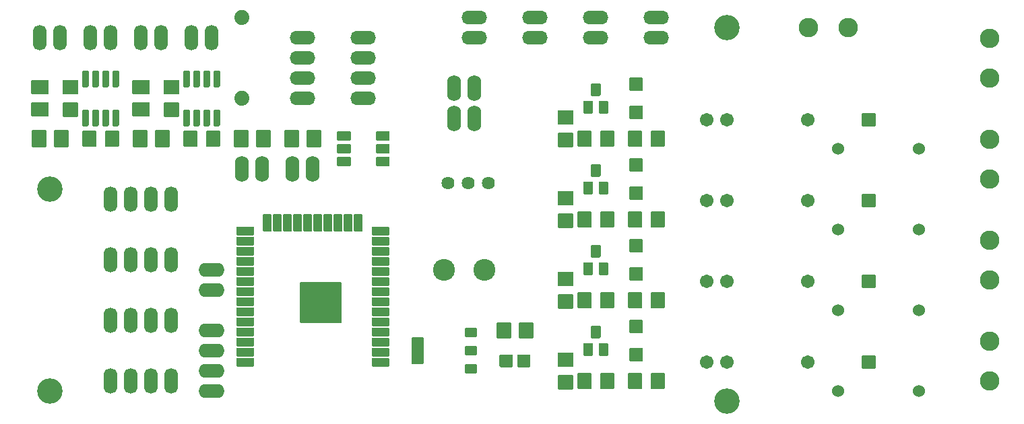
<source format=gbr>
%TF.GenerationSoftware,KiCad,Pcbnew,5.1.9-73d0e3b20d~88~ubuntu18.04.1*%
%TF.CreationDate,2021-01-30T02:03:27+01:00*%
%TF.ProjectId,terraesp,74657272-6165-4737-902e-6b696361645f,rev?*%
%TF.SameCoordinates,Original*%
%TF.FileFunction,Soldermask,Top*%
%TF.FilePolarity,Negative*%
%FSLAX46Y46*%
G04 Gerber Fmt 4.6, Leading zero omitted, Abs format (unit mm)*
G04 Created by KiCad (PCBNEW 5.1.9-73d0e3b20d~88~ubuntu18.04.1) date 2021-01-30 02:03:27*
%MOMM*%
%LPD*%
G01*
G04 APERTURE LIST*
%ADD10C,3.200000*%
%ADD11C,1.711200*%
%ADD12C,1.625600*%
%ADD13C,2.453200*%
%ADD14C,1.524000*%
%ADD15O,3.251200X1.727200*%
%ADD16O,1.727200X3.251200*%
%ADD17C,2.743200*%
%ADD18O,3.219200X1.711200*%
%ADD19O,1.711200X3.219200*%
%ADD20C,1.879600*%
G04 APERTURE END LIST*
D10*
%TO.C,@HOLE0*%
X173911100Y-82613600D03*
%TD*%
%TO.C,@HOLE1*%
X173911100Y-129603600D03*
%TD*%
%TO.C,@HOLE2*%
X88821100Y-128333600D03*
%TD*%
%TO.C,@HOLE3*%
X88821100Y-102933600D03*
%TD*%
%TO.C,U1*%
G36*
G01*
X125442700Y-114703600D02*
X125442700Y-119703600D01*
G75*
G02*
X125341100Y-119805200I-101600J0D01*
G01*
X120341100Y-119805200D01*
G75*
G02*
X120239500Y-119703600I0J101600D01*
G01*
X120239500Y-114703600D01*
G75*
G02*
X120341100Y-114602000I101600J0D01*
G01*
X125341100Y-114602000D01*
G75*
G02*
X125442700Y-114703600I0J-101600D01*
G01*
G37*
G36*
G01*
X114442700Y-124253600D02*
X114442700Y-125153600D01*
G75*
G02*
X114341100Y-125255200I-101600J0D01*
G01*
X112341100Y-125255200D01*
G75*
G02*
X112239500Y-125153600I0J101600D01*
G01*
X112239500Y-124253600D01*
G75*
G02*
X112341100Y-124152000I101600J0D01*
G01*
X114341100Y-124152000D01*
G75*
G02*
X114442700Y-124253600I0J-101600D01*
G01*
G37*
G36*
G01*
X114442700Y-122983600D02*
X114442700Y-123883600D01*
G75*
G02*
X114341100Y-123985200I-101600J0D01*
G01*
X112341100Y-123985200D01*
G75*
G02*
X112239500Y-123883600I0J101600D01*
G01*
X112239500Y-122983600D01*
G75*
G02*
X112341100Y-122882000I101600J0D01*
G01*
X114341100Y-122882000D01*
G75*
G02*
X114442700Y-122983600I0J-101600D01*
G01*
G37*
G36*
G01*
X114442700Y-121713600D02*
X114442700Y-122613600D01*
G75*
G02*
X114341100Y-122715200I-101600J0D01*
G01*
X112341100Y-122715200D01*
G75*
G02*
X112239500Y-122613600I0J101600D01*
G01*
X112239500Y-121713600D01*
G75*
G02*
X112341100Y-121612000I101600J0D01*
G01*
X114341100Y-121612000D01*
G75*
G02*
X114442700Y-121713600I0J-101600D01*
G01*
G37*
G36*
G01*
X114442700Y-120443600D02*
X114442700Y-121343600D01*
G75*
G02*
X114341100Y-121445200I-101600J0D01*
G01*
X112341100Y-121445200D01*
G75*
G02*
X112239500Y-121343600I0J101600D01*
G01*
X112239500Y-120443600D01*
G75*
G02*
X112341100Y-120342000I101600J0D01*
G01*
X114341100Y-120342000D01*
G75*
G02*
X114442700Y-120443600I0J-101600D01*
G01*
G37*
G36*
G01*
X114442700Y-119173600D02*
X114442700Y-120073600D01*
G75*
G02*
X114341100Y-120175200I-101600J0D01*
G01*
X112341100Y-120175200D01*
G75*
G02*
X112239500Y-120073600I0J101600D01*
G01*
X112239500Y-119173600D01*
G75*
G02*
X112341100Y-119072000I101600J0D01*
G01*
X114341100Y-119072000D01*
G75*
G02*
X114442700Y-119173600I0J-101600D01*
G01*
G37*
G36*
G01*
X114442700Y-117903600D02*
X114442700Y-118803600D01*
G75*
G02*
X114341100Y-118905200I-101600J0D01*
G01*
X112341100Y-118905200D01*
G75*
G02*
X112239500Y-118803600I0J101600D01*
G01*
X112239500Y-117903600D01*
G75*
G02*
X112341100Y-117802000I101600J0D01*
G01*
X114341100Y-117802000D01*
G75*
G02*
X114442700Y-117903600I0J-101600D01*
G01*
G37*
G36*
G01*
X114442700Y-116633600D02*
X114442700Y-117533600D01*
G75*
G02*
X114341100Y-117635200I-101600J0D01*
G01*
X112341100Y-117635200D01*
G75*
G02*
X112239500Y-117533600I0J101600D01*
G01*
X112239500Y-116633600D01*
G75*
G02*
X112341100Y-116532000I101600J0D01*
G01*
X114341100Y-116532000D01*
G75*
G02*
X114442700Y-116633600I0J-101600D01*
G01*
G37*
G36*
G01*
X114442700Y-115363600D02*
X114442700Y-116263600D01*
G75*
G02*
X114341100Y-116365200I-101600J0D01*
G01*
X112341100Y-116365200D01*
G75*
G02*
X112239500Y-116263600I0J101600D01*
G01*
X112239500Y-115363600D01*
G75*
G02*
X112341100Y-115262000I101600J0D01*
G01*
X114341100Y-115262000D01*
G75*
G02*
X114442700Y-115363600I0J-101600D01*
G01*
G37*
G36*
G01*
X114442700Y-114093600D02*
X114442700Y-114993600D01*
G75*
G02*
X114341100Y-115095200I-101600J0D01*
G01*
X112341100Y-115095200D01*
G75*
G02*
X112239500Y-114993600I0J101600D01*
G01*
X112239500Y-114093600D01*
G75*
G02*
X112341100Y-113992000I101600J0D01*
G01*
X114341100Y-113992000D01*
G75*
G02*
X114442700Y-114093600I0J-101600D01*
G01*
G37*
G36*
G01*
X114442700Y-112823600D02*
X114442700Y-113723600D01*
G75*
G02*
X114341100Y-113825200I-101600J0D01*
G01*
X112341100Y-113825200D01*
G75*
G02*
X112239500Y-113723600I0J101600D01*
G01*
X112239500Y-112823600D01*
G75*
G02*
X112341100Y-112722000I101600J0D01*
G01*
X114341100Y-112722000D01*
G75*
G02*
X114442700Y-112823600I0J-101600D01*
G01*
G37*
G36*
G01*
X114442700Y-111553600D02*
X114442700Y-112453600D01*
G75*
G02*
X114341100Y-112555200I-101600J0D01*
G01*
X112341100Y-112555200D01*
G75*
G02*
X112239500Y-112453600I0J101600D01*
G01*
X112239500Y-111553600D01*
G75*
G02*
X112341100Y-111452000I101600J0D01*
G01*
X114341100Y-111452000D01*
G75*
G02*
X114442700Y-111553600I0J-101600D01*
G01*
G37*
G36*
G01*
X114442700Y-110283600D02*
X114442700Y-111183600D01*
G75*
G02*
X114341100Y-111285200I-101600J0D01*
G01*
X112341100Y-111285200D01*
G75*
G02*
X112239500Y-111183600I0J101600D01*
G01*
X112239500Y-110283600D01*
G75*
G02*
X112341100Y-110182000I101600J0D01*
G01*
X114341100Y-110182000D01*
G75*
G02*
X114442700Y-110283600I0J-101600D01*
G01*
G37*
G36*
G01*
X114442700Y-109013600D02*
X114442700Y-109913600D01*
G75*
G02*
X114341100Y-110015200I-101600J0D01*
G01*
X112341100Y-110015200D01*
G75*
G02*
X112239500Y-109913600I0J101600D01*
G01*
X112239500Y-109013600D01*
G75*
G02*
X112341100Y-108912000I101600J0D01*
G01*
X114341100Y-108912000D01*
G75*
G02*
X114442700Y-109013600I0J-101600D01*
G01*
G37*
G36*
G01*
X114442700Y-107743600D02*
X114442700Y-108643600D01*
G75*
G02*
X114341100Y-108745200I-101600J0D01*
G01*
X112341100Y-108745200D01*
G75*
G02*
X112239500Y-108643600I0J101600D01*
G01*
X112239500Y-107743600D01*
G75*
G02*
X112341100Y-107642000I101600J0D01*
G01*
X114341100Y-107642000D01*
G75*
G02*
X114442700Y-107743600I0J-101600D01*
G01*
G37*
G36*
G01*
X116677700Y-106193600D02*
X116677700Y-108193600D01*
G75*
G02*
X116576100Y-108295200I-101600J0D01*
G01*
X115676100Y-108295200D01*
G75*
G02*
X115574500Y-108193600I0J101600D01*
G01*
X115574500Y-106193600D01*
G75*
G02*
X115676100Y-106092000I101600J0D01*
G01*
X116576100Y-106092000D01*
G75*
G02*
X116677700Y-106193600I0J-101600D01*
G01*
G37*
G36*
G01*
X117947700Y-106193600D02*
X117947700Y-108193600D01*
G75*
G02*
X117846100Y-108295200I-101600J0D01*
G01*
X116946100Y-108295200D01*
G75*
G02*
X116844500Y-108193600I0J101600D01*
G01*
X116844500Y-106193600D01*
G75*
G02*
X116946100Y-106092000I101600J0D01*
G01*
X117846100Y-106092000D01*
G75*
G02*
X117947700Y-106193600I0J-101600D01*
G01*
G37*
G36*
G01*
X119217700Y-106193600D02*
X119217700Y-108193600D01*
G75*
G02*
X119116100Y-108295200I-101600J0D01*
G01*
X118216100Y-108295200D01*
G75*
G02*
X118114500Y-108193600I0J101600D01*
G01*
X118114500Y-106193600D01*
G75*
G02*
X118216100Y-106092000I101600J0D01*
G01*
X119116100Y-106092000D01*
G75*
G02*
X119217700Y-106193600I0J-101600D01*
G01*
G37*
G36*
G01*
X120487700Y-106193600D02*
X120487700Y-108193600D01*
G75*
G02*
X120386100Y-108295200I-101600J0D01*
G01*
X119486100Y-108295200D01*
G75*
G02*
X119384500Y-108193600I0J101600D01*
G01*
X119384500Y-106193600D01*
G75*
G02*
X119486100Y-106092000I101600J0D01*
G01*
X120386100Y-106092000D01*
G75*
G02*
X120487700Y-106193600I0J-101600D01*
G01*
G37*
G36*
G01*
X121757700Y-106193600D02*
X121757700Y-108193600D01*
G75*
G02*
X121656100Y-108295200I-101600J0D01*
G01*
X120756100Y-108295200D01*
G75*
G02*
X120654500Y-108193600I0J101600D01*
G01*
X120654500Y-106193600D01*
G75*
G02*
X120756100Y-106092000I101600J0D01*
G01*
X121656100Y-106092000D01*
G75*
G02*
X121757700Y-106193600I0J-101600D01*
G01*
G37*
G36*
G01*
X123027700Y-106193600D02*
X123027700Y-108193600D01*
G75*
G02*
X122926100Y-108295200I-101600J0D01*
G01*
X122026100Y-108295200D01*
G75*
G02*
X121924500Y-108193600I0J101600D01*
G01*
X121924500Y-106193600D01*
G75*
G02*
X122026100Y-106092000I101600J0D01*
G01*
X122926100Y-106092000D01*
G75*
G02*
X123027700Y-106193600I0J-101600D01*
G01*
G37*
G36*
G01*
X124297700Y-106193600D02*
X124297700Y-108193600D01*
G75*
G02*
X124196100Y-108295200I-101600J0D01*
G01*
X123296100Y-108295200D01*
G75*
G02*
X123194500Y-108193600I0J101600D01*
G01*
X123194500Y-106193600D01*
G75*
G02*
X123296100Y-106092000I101600J0D01*
G01*
X124196100Y-106092000D01*
G75*
G02*
X124297700Y-106193600I0J-101600D01*
G01*
G37*
G36*
G01*
X125567700Y-106193600D02*
X125567700Y-108193600D01*
G75*
G02*
X125466100Y-108295200I-101600J0D01*
G01*
X124566100Y-108295200D01*
G75*
G02*
X124464500Y-108193600I0J101600D01*
G01*
X124464500Y-106193600D01*
G75*
G02*
X124566100Y-106092000I101600J0D01*
G01*
X125466100Y-106092000D01*
G75*
G02*
X125567700Y-106193600I0J-101600D01*
G01*
G37*
G36*
G01*
X126837700Y-106193600D02*
X126837700Y-108193600D01*
G75*
G02*
X126736100Y-108295200I-101600J0D01*
G01*
X125836100Y-108295200D01*
G75*
G02*
X125734500Y-108193600I0J101600D01*
G01*
X125734500Y-106193600D01*
G75*
G02*
X125836100Y-106092000I101600J0D01*
G01*
X126736100Y-106092000D01*
G75*
G02*
X126837700Y-106193600I0J-101600D01*
G01*
G37*
G36*
G01*
X128107700Y-106193600D02*
X128107700Y-108193600D01*
G75*
G02*
X128006100Y-108295200I-101600J0D01*
G01*
X127106100Y-108295200D01*
G75*
G02*
X127004500Y-108193600I0J101600D01*
G01*
X127004500Y-106193600D01*
G75*
G02*
X127106100Y-106092000I101600J0D01*
G01*
X128006100Y-106092000D01*
G75*
G02*
X128107700Y-106193600I0J-101600D01*
G01*
G37*
G36*
G01*
X131442700Y-107743600D02*
X131442700Y-108643600D01*
G75*
G02*
X131341100Y-108745200I-101600J0D01*
G01*
X129341100Y-108745200D01*
G75*
G02*
X129239500Y-108643600I0J101600D01*
G01*
X129239500Y-107743600D01*
G75*
G02*
X129341100Y-107642000I101600J0D01*
G01*
X131341100Y-107642000D01*
G75*
G02*
X131442700Y-107743600I0J-101600D01*
G01*
G37*
G36*
G01*
X131442700Y-109013600D02*
X131442700Y-109913600D01*
G75*
G02*
X131341100Y-110015200I-101600J0D01*
G01*
X129341100Y-110015200D01*
G75*
G02*
X129239500Y-109913600I0J101600D01*
G01*
X129239500Y-109013600D01*
G75*
G02*
X129341100Y-108912000I101600J0D01*
G01*
X131341100Y-108912000D01*
G75*
G02*
X131442700Y-109013600I0J-101600D01*
G01*
G37*
G36*
G01*
X131442700Y-110283600D02*
X131442700Y-111183600D01*
G75*
G02*
X131341100Y-111285200I-101600J0D01*
G01*
X129341100Y-111285200D01*
G75*
G02*
X129239500Y-111183600I0J101600D01*
G01*
X129239500Y-110283600D01*
G75*
G02*
X129341100Y-110182000I101600J0D01*
G01*
X131341100Y-110182000D01*
G75*
G02*
X131442700Y-110283600I0J-101600D01*
G01*
G37*
G36*
G01*
X131442700Y-111553600D02*
X131442700Y-112453600D01*
G75*
G02*
X131341100Y-112555200I-101600J0D01*
G01*
X129341100Y-112555200D01*
G75*
G02*
X129239500Y-112453600I0J101600D01*
G01*
X129239500Y-111553600D01*
G75*
G02*
X129341100Y-111452000I101600J0D01*
G01*
X131341100Y-111452000D01*
G75*
G02*
X131442700Y-111553600I0J-101600D01*
G01*
G37*
G36*
G01*
X131442700Y-112823600D02*
X131442700Y-113723600D01*
G75*
G02*
X131341100Y-113825200I-101600J0D01*
G01*
X129341100Y-113825200D01*
G75*
G02*
X129239500Y-113723600I0J101600D01*
G01*
X129239500Y-112823600D01*
G75*
G02*
X129341100Y-112722000I101600J0D01*
G01*
X131341100Y-112722000D01*
G75*
G02*
X131442700Y-112823600I0J-101600D01*
G01*
G37*
G36*
G01*
X131442700Y-114093600D02*
X131442700Y-114993600D01*
G75*
G02*
X131341100Y-115095200I-101600J0D01*
G01*
X129341100Y-115095200D01*
G75*
G02*
X129239500Y-114993600I0J101600D01*
G01*
X129239500Y-114093600D01*
G75*
G02*
X129341100Y-113992000I101600J0D01*
G01*
X131341100Y-113992000D01*
G75*
G02*
X131442700Y-114093600I0J-101600D01*
G01*
G37*
G36*
G01*
X131442700Y-115363600D02*
X131442700Y-116263600D01*
G75*
G02*
X131341100Y-116365200I-101600J0D01*
G01*
X129341100Y-116365200D01*
G75*
G02*
X129239500Y-116263600I0J101600D01*
G01*
X129239500Y-115363600D01*
G75*
G02*
X129341100Y-115262000I101600J0D01*
G01*
X131341100Y-115262000D01*
G75*
G02*
X131442700Y-115363600I0J-101600D01*
G01*
G37*
G36*
G01*
X131442700Y-116633600D02*
X131442700Y-117533600D01*
G75*
G02*
X131341100Y-117635200I-101600J0D01*
G01*
X129341100Y-117635200D01*
G75*
G02*
X129239500Y-117533600I0J101600D01*
G01*
X129239500Y-116633600D01*
G75*
G02*
X129341100Y-116532000I101600J0D01*
G01*
X131341100Y-116532000D01*
G75*
G02*
X131442700Y-116633600I0J-101600D01*
G01*
G37*
G36*
G01*
X131442700Y-117903600D02*
X131442700Y-118803600D01*
G75*
G02*
X131341100Y-118905200I-101600J0D01*
G01*
X129341100Y-118905200D01*
G75*
G02*
X129239500Y-118803600I0J101600D01*
G01*
X129239500Y-117903600D01*
G75*
G02*
X129341100Y-117802000I101600J0D01*
G01*
X131341100Y-117802000D01*
G75*
G02*
X131442700Y-117903600I0J-101600D01*
G01*
G37*
G36*
G01*
X131442700Y-119173600D02*
X131442700Y-120073600D01*
G75*
G02*
X131341100Y-120175200I-101600J0D01*
G01*
X129341100Y-120175200D01*
G75*
G02*
X129239500Y-120073600I0J101600D01*
G01*
X129239500Y-119173600D01*
G75*
G02*
X129341100Y-119072000I101600J0D01*
G01*
X131341100Y-119072000D01*
G75*
G02*
X131442700Y-119173600I0J-101600D01*
G01*
G37*
G36*
G01*
X131442700Y-120443600D02*
X131442700Y-121343600D01*
G75*
G02*
X131341100Y-121445200I-101600J0D01*
G01*
X129341100Y-121445200D01*
G75*
G02*
X129239500Y-121343600I0J101600D01*
G01*
X129239500Y-120443600D01*
G75*
G02*
X129341100Y-120342000I101600J0D01*
G01*
X131341100Y-120342000D01*
G75*
G02*
X131442700Y-120443600I0J-101600D01*
G01*
G37*
G36*
G01*
X131442700Y-121713600D02*
X131442700Y-122613600D01*
G75*
G02*
X131341100Y-122715200I-101600J0D01*
G01*
X129341100Y-122715200D01*
G75*
G02*
X129239500Y-122613600I0J101600D01*
G01*
X129239500Y-121713600D01*
G75*
G02*
X129341100Y-121612000I101600J0D01*
G01*
X131341100Y-121612000D01*
G75*
G02*
X131442700Y-121713600I0J-101600D01*
G01*
G37*
G36*
G01*
X131442700Y-122983600D02*
X131442700Y-123883600D01*
G75*
G02*
X131341100Y-123985200I-101600J0D01*
G01*
X129341100Y-123985200D01*
G75*
G02*
X129239500Y-123883600I0J101600D01*
G01*
X129239500Y-122983600D01*
G75*
G02*
X129341100Y-122882000I101600J0D01*
G01*
X131341100Y-122882000D01*
G75*
G02*
X131442700Y-122983600I0J-101600D01*
G01*
G37*
G36*
G01*
X131442700Y-124253600D02*
X131442700Y-125153600D01*
G75*
G02*
X131341100Y-125255200I-101600J0D01*
G01*
X129341100Y-125255200D01*
G75*
G02*
X129239500Y-125153600I0J101600D01*
G01*
X129239500Y-124253600D01*
G75*
G02*
X129341100Y-124152000I101600J0D01*
G01*
X131341100Y-124152000D01*
G75*
G02*
X131442700Y-124253600I0J-101600D01*
G01*
G37*
%TD*%
%TO.C,K1*%
G36*
G01*
X190835500Y-94927600D02*
X190835500Y-93419600D01*
G75*
G02*
X190937100Y-93318000I101600J0D01*
G01*
X192445100Y-93318000D01*
G75*
G02*
X192546700Y-93419600I0J-101600D01*
G01*
X192546700Y-94927600D01*
G75*
G02*
X192445100Y-95029200I-101600J0D01*
G01*
X190937100Y-95029200D01*
G75*
G02*
X190835500Y-94927600I0J101600D01*
G01*
G37*
D11*
X184071100Y-94173600D03*
X173911100Y-94173600D03*
X171371100Y-94173600D03*
%TD*%
D12*
%TO.C,U$1*%
X138861100Y-102183600D03*
X141401100Y-102183600D03*
X143941100Y-102183600D03*
%TD*%
D13*
%TO.C,SSR_0*%
X206931100Y-83923600D03*
X206931100Y-88923600D03*
%TD*%
%TO.C,SSR_IN1*%
X189111100Y-82613600D03*
X184111100Y-82613600D03*
%TD*%
D14*
%TO.C,F1*%
X198041100Y-97853600D03*
X187881100Y-97853600D03*
%TD*%
D15*
%TO.C,EN1*%
X109141100Y-115633600D03*
X109141100Y-113093600D03*
%TD*%
%TO.C,R6*%
G36*
G01*
X121069500Y-97583600D02*
X121069500Y-95583600D01*
G75*
G02*
X121171100Y-95482000I101600J0D01*
G01*
X122771100Y-95482000D01*
G75*
G02*
X122872700Y-95583600I0J-101600D01*
G01*
X122872700Y-97583600D01*
G75*
G02*
X122771100Y-97685200I-101600J0D01*
G01*
X121171100Y-97685200D01*
G75*
G02*
X121069500Y-97583600I0J101600D01*
G01*
G37*
G36*
G01*
X118269500Y-97583600D02*
X118269500Y-95583600D01*
G75*
G02*
X118371100Y-95482000I101600J0D01*
G01*
X119971100Y-95482000D01*
G75*
G02*
X120072700Y-95583600I0J-101600D01*
G01*
X120072700Y-97583600D01*
G75*
G02*
X119971100Y-97685200I-101600J0D01*
G01*
X118371100Y-97685200D01*
G75*
G02*
X118269500Y-97583600I0J101600D01*
G01*
G37*
%TD*%
D16*
%TO.C,BOOT1*%
X121841100Y-100393600D03*
X119301100Y-100393600D03*
%TD*%
%TO.C,T4*%
G36*
G01*
X155849500Y-93303601D02*
X155849500Y-91903599D01*
G75*
G02*
X155951099Y-91802000I101599J0D01*
G01*
X156951101Y-91802000D01*
G75*
G02*
X157052700Y-91903599I0J-101599D01*
G01*
X157052700Y-93303601D01*
G75*
G02*
X156951101Y-93405200I-101599J0D01*
G01*
X155951099Y-93405200D01*
G75*
G02*
X155849500Y-93303601I0J101599D01*
G01*
G37*
G36*
G01*
X157749500Y-93303601D02*
X157749500Y-91903599D01*
G75*
G02*
X157851099Y-91802000I101599J0D01*
G01*
X158851101Y-91802000D01*
G75*
G02*
X158952700Y-91903599I0J-101599D01*
G01*
X158952700Y-93303601D01*
G75*
G02*
X158851101Y-93405200I-101599J0D01*
G01*
X157851099Y-93405200D01*
G75*
G02*
X157749500Y-93303601I0J101599D01*
G01*
G37*
G36*
G01*
X156799500Y-91103601D02*
X156799500Y-89703599D01*
G75*
G02*
X156901099Y-89602000I101599J0D01*
G01*
X157901101Y-89602000D01*
G75*
G02*
X158002700Y-89703599I0J-101599D01*
G01*
X158002700Y-91103601D01*
G75*
G02*
X157901101Y-91205200I-101599J0D01*
G01*
X156901099Y-91205200D01*
G75*
G02*
X156799500Y-91103601I0J101599D01*
G01*
G37*
%TD*%
%TO.C,R9*%
G36*
G01*
X159724700Y-95682100D02*
X159724700Y-97485100D01*
G75*
G02*
X159623100Y-97586700I-101600J0D01*
G01*
X158023100Y-97586700D01*
G75*
G02*
X157921500Y-97485100I0J101600D01*
G01*
X157921500Y-95682100D01*
G75*
G02*
X158023100Y-95580500I101600J0D01*
G01*
X159623100Y-95580500D01*
G75*
G02*
X159724700Y-95682100I0J-101600D01*
G01*
G37*
G36*
G01*
X156880700Y-95682100D02*
X156880700Y-97485100D01*
G75*
G02*
X156779100Y-97586700I-101600J0D01*
G01*
X155179100Y-97586700D01*
G75*
G02*
X155077500Y-97485100I0J101600D01*
G01*
X155077500Y-95682100D01*
G75*
G02*
X155179100Y-95580500I101600J0D01*
G01*
X156779100Y-95580500D01*
G75*
G02*
X156880700Y-95682100I0J-101600D01*
G01*
G37*
%TD*%
%TO.C,R10*%
G36*
G01*
X152689600Y-92990000D02*
X154492600Y-92990000D01*
G75*
G02*
X154594200Y-93091600I0J-101600D01*
G01*
X154594200Y-94691600D01*
G75*
G02*
X154492600Y-94793200I-101600J0D01*
G01*
X152689600Y-94793200D01*
G75*
G02*
X152588000Y-94691600I0J101600D01*
G01*
X152588000Y-93091600D01*
G75*
G02*
X152689600Y-92990000I101600J0D01*
G01*
G37*
G36*
G01*
X152689600Y-95834000D02*
X154492600Y-95834000D01*
G75*
G02*
X154594200Y-95935600I0J-101600D01*
G01*
X154594200Y-97535600D01*
G75*
G02*
X154492600Y-97637200I-101600J0D01*
G01*
X152689600Y-97637200D01*
G75*
G02*
X152588000Y-97535600I0J101600D01*
G01*
X152588000Y-95935600D01*
G75*
G02*
X152689600Y-95834000I101600J0D01*
G01*
G37*
%TD*%
D17*
%TO.C,C1*%
X138351100Y-113093600D03*
X143431100Y-113093600D03*
%TD*%
%TO.C,LED4*%
G36*
G01*
X161629500Y-94003600D02*
X161629500Y-92503600D01*
G75*
G02*
X161731100Y-92402000I101600J0D01*
G01*
X163231100Y-92402000D01*
G75*
G02*
X163332700Y-92503600I0J-101600D01*
G01*
X163332700Y-94003600D01*
G75*
G02*
X163231100Y-94105200I-101600J0D01*
G01*
X161731100Y-94105200D01*
G75*
G02*
X161629500Y-94003600I0J101600D01*
G01*
G37*
G36*
G01*
X161629500Y-90503600D02*
X161629500Y-89003600D01*
G75*
G02*
X161731100Y-88902000I101600J0D01*
G01*
X163231100Y-88902000D01*
G75*
G02*
X163332700Y-89003600I0J-101600D01*
G01*
X163332700Y-90503600D01*
G75*
G02*
X163231100Y-90605200I-101600J0D01*
G01*
X161731100Y-90605200D01*
G75*
G02*
X161629500Y-90503600I0J101600D01*
G01*
G37*
%TD*%
%TO.C,R11*%
G36*
G01*
X161427500Y-97485100D02*
X161427500Y-95682100D01*
G75*
G02*
X161529100Y-95580500I101600J0D01*
G01*
X163129100Y-95580500D01*
G75*
G02*
X163230700Y-95682100I0J-101600D01*
G01*
X163230700Y-97485100D01*
G75*
G02*
X163129100Y-97586700I-101600J0D01*
G01*
X161529100Y-97586700D01*
G75*
G02*
X161427500Y-97485100I0J101600D01*
G01*
G37*
G36*
G01*
X164271500Y-97485100D02*
X164271500Y-95682100D01*
G75*
G02*
X164373100Y-95580500I101600J0D01*
G01*
X165973100Y-95580500D01*
G75*
G02*
X166074700Y-95682100I0J-101600D01*
G01*
X166074700Y-97485100D01*
G75*
G02*
X165973100Y-97586700I-101600J0D01*
G01*
X164373100Y-97586700D01*
G75*
G02*
X164271500Y-97485100I0J101600D01*
G01*
G37*
%TD*%
%TO.C,K2*%
G36*
G01*
X190835500Y-105087600D02*
X190835500Y-103579600D01*
G75*
G02*
X190937100Y-103478000I101600J0D01*
G01*
X192445100Y-103478000D01*
G75*
G02*
X192546700Y-103579600I0J-101600D01*
G01*
X192546700Y-105087600D01*
G75*
G02*
X192445100Y-105189200I-101600J0D01*
G01*
X190937100Y-105189200D01*
G75*
G02*
X190835500Y-105087600I0J101600D01*
G01*
G37*
D11*
X184071100Y-104333600D03*
X173911100Y-104333600D03*
X171371100Y-104333600D03*
%TD*%
D13*
%TO.C,SSR_1*%
X206931100Y-96623600D03*
X206931100Y-101623600D03*
%TD*%
D14*
%TO.C,F2*%
X198041100Y-108013600D03*
X187881100Y-108013600D03*
%TD*%
%TO.C,T1*%
G36*
G01*
X155849500Y-103463601D02*
X155849500Y-102063599D01*
G75*
G02*
X155951099Y-101962000I101599J0D01*
G01*
X156951101Y-101962000D01*
G75*
G02*
X157052700Y-102063599I0J-101599D01*
G01*
X157052700Y-103463601D01*
G75*
G02*
X156951101Y-103565200I-101599J0D01*
G01*
X155951099Y-103565200D01*
G75*
G02*
X155849500Y-103463601I0J101599D01*
G01*
G37*
G36*
G01*
X157749500Y-103463601D02*
X157749500Y-102063599D01*
G75*
G02*
X157851099Y-101962000I101599J0D01*
G01*
X158851101Y-101962000D01*
G75*
G02*
X158952700Y-102063599I0J-101599D01*
G01*
X158952700Y-103463601D01*
G75*
G02*
X158851101Y-103565200I-101599J0D01*
G01*
X157851099Y-103565200D01*
G75*
G02*
X157749500Y-103463601I0J101599D01*
G01*
G37*
G36*
G01*
X156799500Y-101263601D02*
X156799500Y-99863599D01*
G75*
G02*
X156901099Y-99762000I101599J0D01*
G01*
X157901101Y-99762000D01*
G75*
G02*
X158002700Y-99863599I0J-101599D01*
G01*
X158002700Y-101263601D01*
G75*
G02*
X157901101Y-101365200I-101599J0D01*
G01*
X156901099Y-101365200D01*
G75*
G02*
X156799500Y-101263601I0J101599D01*
G01*
G37*
%TD*%
%TO.C,R1*%
G36*
G01*
X159724700Y-105842100D02*
X159724700Y-107645100D01*
G75*
G02*
X159623100Y-107746700I-101600J0D01*
G01*
X158023100Y-107746700D01*
G75*
G02*
X157921500Y-107645100I0J101600D01*
G01*
X157921500Y-105842100D01*
G75*
G02*
X158023100Y-105740500I101600J0D01*
G01*
X159623100Y-105740500D01*
G75*
G02*
X159724700Y-105842100I0J-101600D01*
G01*
G37*
G36*
G01*
X156880700Y-105842100D02*
X156880700Y-107645100D01*
G75*
G02*
X156779100Y-107746700I-101600J0D01*
G01*
X155179100Y-107746700D01*
G75*
G02*
X155077500Y-107645100I0J101600D01*
G01*
X155077500Y-105842100D01*
G75*
G02*
X155179100Y-105740500I101600J0D01*
G01*
X156779100Y-105740500D01*
G75*
G02*
X156880700Y-105842100I0J-101600D01*
G01*
G37*
%TD*%
%TO.C,R2*%
G36*
G01*
X152689600Y-103150000D02*
X154492600Y-103150000D01*
G75*
G02*
X154594200Y-103251600I0J-101600D01*
G01*
X154594200Y-104851600D01*
G75*
G02*
X154492600Y-104953200I-101600J0D01*
G01*
X152689600Y-104953200D01*
G75*
G02*
X152588000Y-104851600I0J101600D01*
G01*
X152588000Y-103251600D01*
G75*
G02*
X152689600Y-103150000I101600J0D01*
G01*
G37*
G36*
G01*
X152689600Y-105994000D02*
X154492600Y-105994000D01*
G75*
G02*
X154594200Y-106095600I0J-101600D01*
G01*
X154594200Y-107695600D01*
G75*
G02*
X154492600Y-107797200I-101600J0D01*
G01*
X152689600Y-107797200D01*
G75*
G02*
X152588000Y-107695600I0J101600D01*
G01*
X152588000Y-106095600D01*
G75*
G02*
X152689600Y-105994000I101600J0D01*
G01*
G37*
%TD*%
%TO.C,LED1*%
G36*
G01*
X161629500Y-104163600D02*
X161629500Y-102663600D01*
G75*
G02*
X161731100Y-102562000I101600J0D01*
G01*
X163231100Y-102562000D01*
G75*
G02*
X163332700Y-102663600I0J-101600D01*
G01*
X163332700Y-104163600D01*
G75*
G02*
X163231100Y-104265200I-101600J0D01*
G01*
X161731100Y-104265200D01*
G75*
G02*
X161629500Y-104163600I0J101600D01*
G01*
G37*
G36*
G01*
X161629500Y-100663600D02*
X161629500Y-99163600D01*
G75*
G02*
X161731100Y-99062000I101600J0D01*
G01*
X163231100Y-99062000D01*
G75*
G02*
X163332700Y-99163600I0J-101600D01*
G01*
X163332700Y-100663600D01*
G75*
G02*
X163231100Y-100765200I-101600J0D01*
G01*
X161731100Y-100765200D01*
G75*
G02*
X161629500Y-100663600I0J101600D01*
G01*
G37*
%TD*%
%TO.C,R3*%
G36*
G01*
X161427500Y-107645100D02*
X161427500Y-105842100D01*
G75*
G02*
X161529100Y-105740500I101600J0D01*
G01*
X163129100Y-105740500D01*
G75*
G02*
X163230700Y-105842100I0J-101600D01*
G01*
X163230700Y-107645100D01*
G75*
G02*
X163129100Y-107746700I-101600J0D01*
G01*
X161529100Y-107746700D01*
G75*
G02*
X161427500Y-107645100I0J101600D01*
G01*
G37*
G36*
G01*
X164271500Y-107645100D02*
X164271500Y-105842100D01*
G75*
G02*
X164373100Y-105740500I101600J0D01*
G01*
X165973100Y-105740500D01*
G75*
G02*
X166074700Y-105842100I0J-101600D01*
G01*
X166074700Y-107645100D01*
G75*
G02*
X165973100Y-107746700I-101600J0D01*
G01*
X164373100Y-107746700D01*
G75*
G02*
X164271500Y-107645100I0J101600D01*
G01*
G37*
%TD*%
%TO.C,K3*%
G36*
G01*
X190835500Y-115247600D02*
X190835500Y-113739600D01*
G75*
G02*
X190937100Y-113638000I101600J0D01*
G01*
X192445100Y-113638000D01*
G75*
G02*
X192546700Y-113739600I0J-101600D01*
G01*
X192546700Y-115247600D01*
G75*
G02*
X192445100Y-115349200I-101600J0D01*
G01*
X190937100Y-115349200D01*
G75*
G02*
X190835500Y-115247600I0J101600D01*
G01*
G37*
D11*
X184071100Y-114493600D03*
X173911100Y-114493600D03*
X171371100Y-114493600D03*
%TD*%
D13*
%TO.C,SSR_2*%
X206931100Y-109323600D03*
X206931100Y-114323600D03*
%TD*%
D14*
%TO.C,F3*%
X198041100Y-118173600D03*
X187881100Y-118173600D03*
%TD*%
%TO.C,T2*%
G36*
G01*
X155849500Y-113623601D02*
X155849500Y-112223599D01*
G75*
G02*
X155951099Y-112122000I101599J0D01*
G01*
X156951101Y-112122000D01*
G75*
G02*
X157052700Y-112223599I0J-101599D01*
G01*
X157052700Y-113623601D01*
G75*
G02*
X156951101Y-113725200I-101599J0D01*
G01*
X155951099Y-113725200D01*
G75*
G02*
X155849500Y-113623601I0J101599D01*
G01*
G37*
G36*
G01*
X157749500Y-113623601D02*
X157749500Y-112223599D01*
G75*
G02*
X157851099Y-112122000I101599J0D01*
G01*
X158851101Y-112122000D01*
G75*
G02*
X158952700Y-112223599I0J-101599D01*
G01*
X158952700Y-113623601D01*
G75*
G02*
X158851101Y-113725200I-101599J0D01*
G01*
X157851099Y-113725200D01*
G75*
G02*
X157749500Y-113623601I0J101599D01*
G01*
G37*
G36*
G01*
X156799500Y-111423601D02*
X156799500Y-110023599D01*
G75*
G02*
X156901099Y-109922000I101599J0D01*
G01*
X157901101Y-109922000D01*
G75*
G02*
X158002700Y-110023599I0J-101599D01*
G01*
X158002700Y-111423601D01*
G75*
G02*
X157901101Y-111525200I-101599J0D01*
G01*
X156901099Y-111525200D01*
G75*
G02*
X156799500Y-111423601I0J101599D01*
G01*
G37*
%TD*%
%TO.C,R4*%
G36*
G01*
X159724700Y-116002100D02*
X159724700Y-117805100D01*
G75*
G02*
X159623100Y-117906700I-101600J0D01*
G01*
X158023100Y-117906700D01*
G75*
G02*
X157921500Y-117805100I0J101600D01*
G01*
X157921500Y-116002100D01*
G75*
G02*
X158023100Y-115900500I101600J0D01*
G01*
X159623100Y-115900500D01*
G75*
G02*
X159724700Y-116002100I0J-101600D01*
G01*
G37*
G36*
G01*
X156880700Y-116002100D02*
X156880700Y-117805100D01*
G75*
G02*
X156779100Y-117906700I-101600J0D01*
G01*
X155179100Y-117906700D01*
G75*
G02*
X155077500Y-117805100I0J101600D01*
G01*
X155077500Y-116002100D01*
G75*
G02*
X155179100Y-115900500I101600J0D01*
G01*
X156779100Y-115900500D01*
G75*
G02*
X156880700Y-116002100I0J-101600D01*
G01*
G37*
%TD*%
%TO.C,R7*%
G36*
G01*
X152689600Y-113310000D02*
X154492600Y-113310000D01*
G75*
G02*
X154594200Y-113411600I0J-101600D01*
G01*
X154594200Y-115011600D01*
G75*
G02*
X154492600Y-115113200I-101600J0D01*
G01*
X152689600Y-115113200D01*
G75*
G02*
X152588000Y-115011600I0J101600D01*
G01*
X152588000Y-113411600D01*
G75*
G02*
X152689600Y-113310000I101600J0D01*
G01*
G37*
G36*
G01*
X152689600Y-116154000D02*
X154492600Y-116154000D01*
G75*
G02*
X154594200Y-116255600I0J-101600D01*
G01*
X154594200Y-117855600D01*
G75*
G02*
X154492600Y-117957200I-101600J0D01*
G01*
X152689600Y-117957200D01*
G75*
G02*
X152588000Y-117855600I0J101600D01*
G01*
X152588000Y-116255600D01*
G75*
G02*
X152689600Y-116154000I101600J0D01*
G01*
G37*
%TD*%
%TO.C,LED2*%
G36*
G01*
X161629500Y-114323600D02*
X161629500Y-112823600D01*
G75*
G02*
X161731100Y-112722000I101600J0D01*
G01*
X163231100Y-112722000D01*
G75*
G02*
X163332700Y-112823600I0J-101600D01*
G01*
X163332700Y-114323600D01*
G75*
G02*
X163231100Y-114425200I-101600J0D01*
G01*
X161731100Y-114425200D01*
G75*
G02*
X161629500Y-114323600I0J101600D01*
G01*
G37*
G36*
G01*
X161629500Y-110823600D02*
X161629500Y-109323600D01*
G75*
G02*
X161731100Y-109222000I101600J0D01*
G01*
X163231100Y-109222000D01*
G75*
G02*
X163332700Y-109323600I0J-101600D01*
G01*
X163332700Y-110823600D01*
G75*
G02*
X163231100Y-110925200I-101600J0D01*
G01*
X161731100Y-110925200D01*
G75*
G02*
X161629500Y-110823600I0J101600D01*
G01*
G37*
%TD*%
%TO.C,R8*%
G36*
G01*
X161427500Y-117805100D02*
X161427500Y-116002100D01*
G75*
G02*
X161529100Y-115900500I101600J0D01*
G01*
X163129100Y-115900500D01*
G75*
G02*
X163230700Y-116002100I0J-101600D01*
G01*
X163230700Y-117805100D01*
G75*
G02*
X163129100Y-117906700I-101600J0D01*
G01*
X161529100Y-117906700D01*
G75*
G02*
X161427500Y-117805100I0J101600D01*
G01*
G37*
G36*
G01*
X164271500Y-117805100D02*
X164271500Y-116002100D01*
G75*
G02*
X164373100Y-115900500I101600J0D01*
G01*
X165973100Y-115900500D01*
G75*
G02*
X166074700Y-116002100I0J-101600D01*
G01*
X166074700Y-117805100D01*
G75*
G02*
X165973100Y-117906700I-101600J0D01*
G01*
X164373100Y-117906700D01*
G75*
G02*
X164271500Y-117805100I0J101600D01*
G01*
G37*
%TD*%
%TO.C,K4*%
G36*
G01*
X190835500Y-125407600D02*
X190835500Y-123899600D01*
G75*
G02*
X190937100Y-123798000I101600J0D01*
G01*
X192445100Y-123798000D01*
G75*
G02*
X192546700Y-123899600I0J-101600D01*
G01*
X192546700Y-125407600D01*
G75*
G02*
X192445100Y-125509200I-101600J0D01*
G01*
X190937100Y-125509200D01*
G75*
G02*
X190835500Y-125407600I0J101600D01*
G01*
G37*
D11*
X184071100Y-124653600D03*
X173911100Y-124653600D03*
X171371100Y-124653600D03*
%TD*%
D13*
%TO.C,SSR_3*%
X206931100Y-122023600D03*
X206931100Y-127023600D03*
%TD*%
D14*
%TO.C,F4*%
X198041100Y-128333600D03*
X187881100Y-128333600D03*
%TD*%
%TO.C,T3*%
G36*
G01*
X155849500Y-123783601D02*
X155849500Y-122383599D01*
G75*
G02*
X155951099Y-122282000I101599J0D01*
G01*
X156951101Y-122282000D01*
G75*
G02*
X157052700Y-122383599I0J-101599D01*
G01*
X157052700Y-123783601D01*
G75*
G02*
X156951101Y-123885200I-101599J0D01*
G01*
X155951099Y-123885200D01*
G75*
G02*
X155849500Y-123783601I0J101599D01*
G01*
G37*
G36*
G01*
X157749500Y-123783601D02*
X157749500Y-122383599D01*
G75*
G02*
X157851099Y-122282000I101599J0D01*
G01*
X158851101Y-122282000D01*
G75*
G02*
X158952700Y-122383599I0J-101599D01*
G01*
X158952700Y-123783601D01*
G75*
G02*
X158851101Y-123885200I-101599J0D01*
G01*
X157851099Y-123885200D01*
G75*
G02*
X157749500Y-123783601I0J101599D01*
G01*
G37*
G36*
G01*
X156799500Y-121583601D02*
X156799500Y-120183599D01*
G75*
G02*
X156901099Y-120082000I101599J0D01*
G01*
X157901101Y-120082000D01*
G75*
G02*
X158002700Y-120183599I0J-101599D01*
G01*
X158002700Y-121583601D01*
G75*
G02*
X157901101Y-121685200I-101599J0D01*
G01*
X156901099Y-121685200D01*
G75*
G02*
X156799500Y-121583601I0J101599D01*
G01*
G37*
%TD*%
%TO.C,R12*%
G36*
G01*
X159724700Y-126162100D02*
X159724700Y-127965100D01*
G75*
G02*
X159623100Y-128066700I-101600J0D01*
G01*
X158023100Y-128066700D01*
G75*
G02*
X157921500Y-127965100I0J101600D01*
G01*
X157921500Y-126162100D01*
G75*
G02*
X158023100Y-126060500I101600J0D01*
G01*
X159623100Y-126060500D01*
G75*
G02*
X159724700Y-126162100I0J-101600D01*
G01*
G37*
G36*
G01*
X156880700Y-126162100D02*
X156880700Y-127965100D01*
G75*
G02*
X156779100Y-128066700I-101600J0D01*
G01*
X155179100Y-128066700D01*
G75*
G02*
X155077500Y-127965100I0J101600D01*
G01*
X155077500Y-126162100D01*
G75*
G02*
X155179100Y-126060500I101600J0D01*
G01*
X156779100Y-126060500D01*
G75*
G02*
X156880700Y-126162100I0J-101600D01*
G01*
G37*
%TD*%
%TO.C,R13*%
G36*
G01*
X152689600Y-123470000D02*
X154492600Y-123470000D01*
G75*
G02*
X154594200Y-123571600I0J-101600D01*
G01*
X154594200Y-125171600D01*
G75*
G02*
X154492600Y-125273200I-101600J0D01*
G01*
X152689600Y-125273200D01*
G75*
G02*
X152588000Y-125171600I0J101600D01*
G01*
X152588000Y-123571600D01*
G75*
G02*
X152689600Y-123470000I101600J0D01*
G01*
G37*
G36*
G01*
X152689600Y-126314000D02*
X154492600Y-126314000D01*
G75*
G02*
X154594200Y-126415600I0J-101600D01*
G01*
X154594200Y-128015600D01*
G75*
G02*
X154492600Y-128117200I-101600J0D01*
G01*
X152689600Y-128117200D01*
G75*
G02*
X152588000Y-128015600I0J101600D01*
G01*
X152588000Y-126415600D01*
G75*
G02*
X152689600Y-126314000I101600J0D01*
G01*
G37*
%TD*%
%TO.C,LED3*%
G36*
G01*
X161629500Y-124483600D02*
X161629500Y-122983600D01*
G75*
G02*
X161731100Y-122882000I101600J0D01*
G01*
X163231100Y-122882000D01*
G75*
G02*
X163332700Y-122983600I0J-101600D01*
G01*
X163332700Y-124483600D01*
G75*
G02*
X163231100Y-124585200I-101600J0D01*
G01*
X161731100Y-124585200D01*
G75*
G02*
X161629500Y-124483600I0J101600D01*
G01*
G37*
G36*
G01*
X161629500Y-120983600D02*
X161629500Y-119483600D01*
G75*
G02*
X161731100Y-119382000I101600J0D01*
G01*
X163231100Y-119382000D01*
G75*
G02*
X163332700Y-119483600I0J-101600D01*
G01*
X163332700Y-120983600D01*
G75*
G02*
X163231100Y-121085200I-101600J0D01*
G01*
X161731100Y-121085200D01*
G75*
G02*
X161629500Y-120983600I0J101600D01*
G01*
G37*
%TD*%
%TO.C,R14*%
G36*
G01*
X161427500Y-127965100D02*
X161427500Y-126162100D01*
G75*
G02*
X161529100Y-126060500I101600J0D01*
G01*
X163129100Y-126060500D01*
G75*
G02*
X163230700Y-126162100I0J-101600D01*
G01*
X163230700Y-127965100D01*
G75*
G02*
X163129100Y-128066700I-101600J0D01*
G01*
X161529100Y-128066700D01*
G75*
G02*
X161427500Y-127965100I0J101600D01*
G01*
G37*
G36*
G01*
X164271500Y-127965100D02*
X164271500Y-126162100D01*
G75*
G02*
X164373100Y-126060500I101600J0D01*
G01*
X165973100Y-126060500D01*
G75*
G02*
X166074700Y-126162100I0J-101600D01*
G01*
X166074700Y-127965100D01*
G75*
G02*
X165973100Y-128066700I-101600J0D01*
G01*
X164373100Y-128066700D01*
G75*
G02*
X164271500Y-127965100I0J101600D01*
G01*
G37*
%TD*%
%TO.C,U2*%
G36*
G01*
X135649210Y-124975200D02*
X134362990Y-124975200D01*
G75*
G02*
X134249500Y-124861710I0J113490D01*
G01*
X134249500Y-121645490D01*
G75*
G02*
X134362990Y-121532000I113490J0D01*
G01*
X135649210Y-121532000D01*
G75*
G02*
X135762700Y-121645490I0J-113490D01*
G01*
X135762700Y-124861710D01*
G75*
G02*
X135649210Y-124975200I-113490J0D01*
G01*
G37*
G36*
G01*
X142367710Y-121530200D02*
X141024490Y-121530200D01*
G75*
G02*
X140939500Y-121445210I0J84990D01*
G01*
X140939500Y-120481990D01*
G75*
G02*
X141024490Y-120397000I84990J0D01*
G01*
X142367710Y-120397000D01*
G75*
G02*
X142452700Y-120481990I0J-84990D01*
G01*
X142452700Y-121445210D01*
G75*
G02*
X142367710Y-121530200I-84990J0D01*
G01*
G37*
G36*
G01*
X142367710Y-123820200D02*
X141024490Y-123820200D01*
G75*
G02*
X140939500Y-123735210I0J84990D01*
G01*
X140939500Y-122771990D01*
G75*
G02*
X141024490Y-122687000I84990J0D01*
G01*
X142367710Y-122687000D01*
G75*
G02*
X142452700Y-122771990I0J-84990D01*
G01*
X142452700Y-123735210D01*
G75*
G02*
X142367710Y-123820200I-84990J0D01*
G01*
G37*
G36*
G01*
X142367710Y-126110200D02*
X141024490Y-126110200D01*
G75*
G02*
X140939500Y-126025210I0J84990D01*
G01*
X140939500Y-125061990D01*
G75*
G02*
X141024490Y-124977000I84990J0D01*
G01*
X142367710Y-124977000D01*
G75*
G02*
X142452700Y-125061990I0J-84990D01*
G01*
X142452700Y-126025210D01*
G75*
G02*
X142367710Y-126110200I-84990J0D01*
G01*
G37*
%TD*%
%TO.C,C2*%
G36*
G01*
X145399600Y-123723500D02*
X146847400Y-123723500D01*
G75*
G02*
X146949000Y-123825100I0J-101600D01*
G01*
X146949000Y-125222100D01*
G75*
G02*
X146847400Y-125323700I-101600J0D01*
G01*
X145399600Y-125323700D01*
G75*
G02*
X145298000Y-125222100I0J101600D01*
G01*
X145298000Y-123825100D01*
G75*
G02*
X145399600Y-123723500I101600J0D01*
G01*
G37*
G36*
G01*
X147634800Y-123723500D02*
X149082600Y-123723500D01*
G75*
G02*
X149184200Y-123825100I0J-101600D01*
G01*
X149184200Y-125222100D01*
G75*
G02*
X149082600Y-125323700I-101600J0D01*
G01*
X147634800Y-125323700D01*
G75*
G02*
X147533200Y-125222100I0J101600D01*
G01*
X147533200Y-123825100D01*
G75*
G02*
X147634800Y-123723500I101600J0D01*
G01*
G37*
%TD*%
%TO.C,C3*%
G36*
G01*
X147739500Y-121613600D02*
X147739500Y-119813600D01*
G75*
G02*
X147841100Y-119712000I101600J0D01*
G01*
X149441100Y-119712000D01*
G75*
G02*
X149542700Y-119813600I0J-101600D01*
G01*
X149542700Y-121613600D01*
G75*
G02*
X149441100Y-121715200I-101600J0D01*
G01*
X147841100Y-121715200D01*
G75*
G02*
X147739500Y-121613600I0J101600D01*
G01*
G37*
G36*
G01*
X144939500Y-121613600D02*
X144939500Y-119813600D01*
G75*
G02*
X145041100Y-119712000I101600J0D01*
G01*
X146641100Y-119712000D01*
G75*
G02*
X146742700Y-119813600I0J-101600D01*
G01*
X146742700Y-121613600D01*
G75*
G02*
X146641100Y-121715200I-101600J0D01*
G01*
X145041100Y-121715200D01*
G75*
G02*
X144939500Y-121613600I0J101600D01*
G01*
G37*
%TD*%
D18*
%TO.C,X1*%
X165021100Y-81343600D03*
X165021100Y-83883600D03*
%TD*%
%TO.C,X2*%
X157401100Y-81343600D03*
X157401100Y-83883600D03*
%TD*%
%TO.C,X3*%
X149781100Y-81343600D03*
X149781100Y-83883600D03*
%TD*%
%TO.C,+12V-1*%
X142161100Y-81343600D03*
X142161100Y-83883600D03*
%TD*%
D19*
%TO.C,I2C1*%
X104061100Y-104203600D03*
X101521100Y-104203600D03*
X98981100Y-104203600D03*
X96441100Y-104203600D03*
%TD*%
%TO.C,X6*%
X104061100Y-111823600D03*
X101521100Y-111823600D03*
X98981100Y-111823600D03*
X96441100Y-111823600D03*
%TD*%
%TO.C,X7*%
X104061100Y-119443600D03*
X101521100Y-119443600D03*
X98981100Y-119443600D03*
X96441100Y-119443600D03*
%TD*%
%TO.C,X8*%
X104061100Y-127063600D03*
X101521100Y-127063600D03*
X98981100Y-127063600D03*
X96441100Y-127063600D03*
%TD*%
D18*
%TO.C,A0*%
X128191100Y-83883600D03*
X128191100Y-86423600D03*
X128191100Y-88963600D03*
X128191100Y-91503600D03*
%TD*%
%TO.C,A1*%
X120571100Y-91503600D03*
X120571100Y-88963600D03*
X120571100Y-86423600D03*
X120571100Y-83883600D03*
%TD*%
D16*
%TO.C,CON0_5V1*%
X139621100Y-94043600D03*
X142161100Y-94043600D03*
%TD*%
%TO.C,-5V+1*%
X139621100Y-90233600D03*
X142161100Y-90233600D03*
%TD*%
%TO.C,R19*%
G36*
G01*
X113722700Y-95583600D02*
X113722700Y-97583600D01*
G75*
G02*
X113621100Y-97685200I-101600J0D01*
G01*
X112021100Y-97685200D01*
G75*
G02*
X111919500Y-97583600I0J101600D01*
G01*
X111919500Y-95583600D01*
G75*
G02*
X112021100Y-95482000I101600J0D01*
G01*
X113621100Y-95482000D01*
G75*
G02*
X113722700Y-95583600I0J-101600D01*
G01*
G37*
G36*
G01*
X116522700Y-95583600D02*
X116522700Y-97583600D01*
G75*
G02*
X116421100Y-97685200I-101600J0D01*
G01*
X114821100Y-97685200D01*
G75*
G02*
X114719500Y-97583600I0J101600D01*
G01*
X114719500Y-95583600D01*
G75*
G02*
X114821100Y-95482000I101600J0D01*
G01*
X116421100Y-95482000D01*
G75*
G02*
X116522700Y-95583600I0J-101600D01*
G01*
G37*
%TD*%
%TO.C,OTA1*%
X112951100Y-100393600D03*
X115491100Y-100393600D03*
%TD*%
%TO.C,D1*%
G36*
G01*
X131492700Y-95753599D02*
X131492700Y-96753601D01*
G75*
G02*
X131391101Y-96855200I-101599J0D01*
G01*
X129891099Y-96855200D01*
G75*
G02*
X129789500Y-96753601I0J101599D01*
G01*
X129789500Y-95753599D01*
G75*
G02*
X129891099Y-95652000I101599J0D01*
G01*
X131391101Y-95652000D01*
G75*
G02*
X131492700Y-95753599I0J-101599D01*
G01*
G37*
G36*
G01*
X131492700Y-97353599D02*
X131492700Y-98353601D01*
G75*
G02*
X131391101Y-98455200I-101599J0D01*
G01*
X129891099Y-98455200D01*
G75*
G02*
X129789500Y-98353601I0J101599D01*
G01*
X129789500Y-97353599D01*
G75*
G02*
X129891099Y-97252000I101599J0D01*
G01*
X131391101Y-97252000D01*
G75*
G02*
X131492700Y-97353599I0J-101599D01*
G01*
G37*
G36*
G01*
X131492700Y-98953599D02*
X131492700Y-99953601D01*
G75*
G02*
X131391101Y-100055200I-101599J0D01*
G01*
X129891099Y-100055200D01*
G75*
G02*
X129789500Y-99953601I0J101599D01*
G01*
X129789500Y-98953599D01*
G75*
G02*
X129891099Y-98852000I101599J0D01*
G01*
X131391101Y-98852000D01*
G75*
G02*
X131492700Y-98953599I0J-101599D01*
G01*
G37*
G36*
G01*
X124889500Y-99953601D02*
X124889500Y-98953599D01*
G75*
G02*
X124991099Y-98852000I101599J0D01*
G01*
X126491101Y-98852000D01*
G75*
G02*
X126592700Y-98953599I0J-101599D01*
G01*
X126592700Y-99953601D01*
G75*
G02*
X126491101Y-100055200I-101599J0D01*
G01*
X124991099Y-100055200D01*
G75*
G02*
X124889500Y-99953601I0J101599D01*
G01*
G37*
G36*
G01*
X124889500Y-98353601D02*
X124889500Y-97353599D01*
G75*
G02*
X124991099Y-97252000I101599J0D01*
G01*
X126491101Y-97252000D01*
G75*
G02*
X126592700Y-97353599I0J-101599D01*
G01*
X126592700Y-98353601D01*
G75*
G02*
X126491101Y-98455200I-101599J0D01*
G01*
X124991099Y-98455200D01*
G75*
G02*
X124889500Y-98353601I0J101599D01*
G01*
G37*
G36*
G01*
X124889500Y-96753601D02*
X124889500Y-95753599D01*
G75*
G02*
X124991099Y-95652000I101599J0D01*
G01*
X126491101Y-95652000D01*
G75*
G02*
X126592700Y-95753599I0J-101599D01*
G01*
X126592700Y-96753601D01*
G75*
G02*
X126491101Y-96855200I-101599J0D01*
G01*
X124991099Y-96855200D01*
G75*
G02*
X124889500Y-96753601I0J101599D01*
G01*
G37*
%TD*%
%TO.C,U$2*%
G36*
G01*
X93565650Y-90100300D02*
X92966550Y-90100300D01*
G75*
G02*
X92864950Y-89998700I0J101600D01*
G01*
X92864950Y-88097700D01*
G75*
G02*
X92966550Y-87996100I101600J0D01*
G01*
X93565650Y-87996100D01*
G75*
G02*
X93667250Y-88097700I0J-101600D01*
G01*
X93667250Y-89998700D01*
G75*
G02*
X93565650Y-90100300I-101600J0D01*
G01*
G37*
G36*
G01*
X94835650Y-90100300D02*
X94236550Y-90100300D01*
G75*
G02*
X94134950Y-89998700I0J101600D01*
G01*
X94134950Y-88097700D01*
G75*
G02*
X94236550Y-87996100I101600J0D01*
G01*
X94835650Y-87996100D01*
G75*
G02*
X94937250Y-88097700I0J-101600D01*
G01*
X94937250Y-89998700D01*
G75*
G02*
X94835650Y-90100300I-101600J0D01*
G01*
G37*
G36*
G01*
X96105650Y-90100300D02*
X95506550Y-90100300D01*
G75*
G02*
X95404950Y-89998700I0J101600D01*
G01*
X95404950Y-88097700D01*
G75*
G02*
X95506550Y-87996100I101600J0D01*
G01*
X96105650Y-87996100D01*
G75*
G02*
X96207250Y-88097700I0J-101600D01*
G01*
X96207250Y-89998700D01*
G75*
G02*
X96105650Y-90100300I-101600J0D01*
G01*
G37*
G36*
G01*
X97375650Y-90100300D02*
X96776550Y-90100300D01*
G75*
G02*
X96674950Y-89998700I0J101600D01*
G01*
X96674950Y-88097700D01*
G75*
G02*
X96776550Y-87996100I101600J0D01*
G01*
X97375650Y-87996100D01*
G75*
G02*
X97477250Y-88097700I0J-101600D01*
G01*
X97477250Y-89998700D01*
G75*
G02*
X97375650Y-90100300I-101600J0D01*
G01*
G37*
G36*
G01*
X97375650Y-95011100D02*
X96776550Y-95011100D01*
G75*
G02*
X96674950Y-94909500I0J101600D01*
G01*
X96674950Y-93008500D01*
G75*
G02*
X96776550Y-92906900I101600J0D01*
G01*
X97375650Y-92906900D01*
G75*
G02*
X97477250Y-93008500I0J-101600D01*
G01*
X97477250Y-94909500D01*
G75*
G02*
X97375650Y-95011100I-101600J0D01*
G01*
G37*
G36*
G01*
X96105650Y-95011100D02*
X95506550Y-95011100D01*
G75*
G02*
X95404950Y-94909500I0J101600D01*
G01*
X95404950Y-93008500D01*
G75*
G02*
X95506550Y-92906900I101600J0D01*
G01*
X96105650Y-92906900D01*
G75*
G02*
X96207250Y-93008500I0J-101600D01*
G01*
X96207250Y-94909500D01*
G75*
G02*
X96105650Y-95011100I-101600J0D01*
G01*
G37*
G36*
G01*
X94835650Y-95011100D02*
X94236550Y-95011100D01*
G75*
G02*
X94134950Y-94909500I0J101600D01*
G01*
X94134950Y-93008500D01*
G75*
G02*
X94236550Y-92906900I101600J0D01*
G01*
X94835650Y-92906900D01*
G75*
G02*
X94937250Y-93008500I0J-101600D01*
G01*
X94937250Y-94909500D01*
G75*
G02*
X94835650Y-95011100I-101600J0D01*
G01*
G37*
G36*
G01*
X93565650Y-95011100D02*
X92966550Y-95011100D01*
G75*
G02*
X92864950Y-94909500I0J101600D01*
G01*
X92864950Y-93008500D01*
G75*
G02*
X92966550Y-92906900I101600J0D01*
G01*
X93565650Y-92906900D01*
G75*
G02*
X93667250Y-93008500I0J-101600D01*
G01*
X93667250Y-94909500D01*
G75*
G02*
X93565650Y-95011100I-101600J0D01*
G01*
G37*
%TD*%
%TO.C,R20*%
G36*
G01*
X90459600Y-89180000D02*
X92262600Y-89180000D01*
G75*
G02*
X92364200Y-89281600I0J-101600D01*
G01*
X92364200Y-90881600D01*
G75*
G02*
X92262600Y-90983200I-101600J0D01*
G01*
X90459600Y-90983200D01*
G75*
G02*
X90358000Y-90881600I0J101600D01*
G01*
X90358000Y-89281600D01*
G75*
G02*
X90459600Y-89180000I101600J0D01*
G01*
G37*
G36*
G01*
X90459600Y-92024000D02*
X92262600Y-92024000D01*
G75*
G02*
X92364200Y-92125600I0J-101600D01*
G01*
X92364200Y-93725600D01*
G75*
G02*
X92262600Y-93827200I-101600J0D01*
G01*
X90459600Y-93827200D01*
G75*
G02*
X90358000Y-93725600I0J101600D01*
G01*
X90358000Y-92125600D01*
G75*
G02*
X90459600Y-92024000I101600J0D01*
G01*
G37*
%TD*%
%TO.C,R21*%
G36*
G01*
X88551100Y-91005200D02*
X86551100Y-91005200D01*
G75*
G02*
X86449500Y-90903600I0J101600D01*
G01*
X86449500Y-89303600D01*
G75*
G02*
X86551100Y-89202000I101600J0D01*
G01*
X88551100Y-89202000D01*
G75*
G02*
X88652700Y-89303600I0J-101600D01*
G01*
X88652700Y-90903600D01*
G75*
G02*
X88551100Y-91005200I-101600J0D01*
G01*
G37*
G36*
G01*
X88551100Y-93805200D02*
X86551100Y-93805200D01*
G75*
G02*
X86449500Y-93703600I0J101600D01*
G01*
X86449500Y-92103600D01*
G75*
G02*
X86551100Y-92002000I101600J0D01*
G01*
X88551100Y-92002000D01*
G75*
G02*
X88652700Y-92103600I0J-101600D01*
G01*
X88652700Y-93703600D01*
G75*
G02*
X88551100Y-93805200I-101600J0D01*
G01*
G37*
%TD*%
%TO.C,R22*%
G36*
G01*
X92847500Y-97485100D02*
X92847500Y-95682100D01*
G75*
G02*
X92949100Y-95580500I101600J0D01*
G01*
X94549100Y-95580500D01*
G75*
G02*
X94650700Y-95682100I0J-101600D01*
G01*
X94650700Y-97485100D01*
G75*
G02*
X94549100Y-97586700I-101600J0D01*
G01*
X92949100Y-97586700D01*
G75*
G02*
X92847500Y-97485100I0J101600D01*
G01*
G37*
G36*
G01*
X95691500Y-97485100D02*
X95691500Y-95682100D01*
G75*
G02*
X95793100Y-95580500I101600J0D01*
G01*
X97393100Y-95580500D01*
G75*
G02*
X97494700Y-95682100I0J-101600D01*
G01*
X97494700Y-97485100D01*
G75*
G02*
X97393100Y-97586700I-101600J0D01*
G01*
X95793100Y-97586700D01*
G75*
G02*
X95691500Y-97485100I0J101600D01*
G01*
G37*
%TD*%
%TO.C,R23*%
G36*
G01*
X88322700Y-95583600D02*
X88322700Y-97583600D01*
G75*
G02*
X88221100Y-97685200I-101600J0D01*
G01*
X86621100Y-97685200D01*
G75*
G02*
X86519500Y-97583600I0J101600D01*
G01*
X86519500Y-95583600D01*
G75*
G02*
X86621100Y-95482000I101600J0D01*
G01*
X88221100Y-95482000D01*
G75*
G02*
X88322700Y-95583600I0J-101600D01*
G01*
G37*
G36*
G01*
X91122700Y-95583600D02*
X91122700Y-97583600D01*
G75*
G02*
X91021100Y-97685200I-101600J0D01*
G01*
X89421100Y-97685200D01*
G75*
G02*
X89319500Y-97583600I0J101600D01*
G01*
X89319500Y-95583600D01*
G75*
G02*
X89421100Y-95482000I101600J0D01*
G01*
X91021100Y-95482000D01*
G75*
G02*
X91122700Y-95583600I0J-101600D01*
G01*
G37*
%TD*%
%TO.C,U$3*%
G36*
G01*
X106265650Y-90100300D02*
X105666550Y-90100300D01*
G75*
G02*
X105564950Y-89998700I0J101600D01*
G01*
X105564950Y-88097700D01*
G75*
G02*
X105666550Y-87996100I101600J0D01*
G01*
X106265650Y-87996100D01*
G75*
G02*
X106367250Y-88097700I0J-101600D01*
G01*
X106367250Y-89998700D01*
G75*
G02*
X106265650Y-90100300I-101600J0D01*
G01*
G37*
G36*
G01*
X107535650Y-90100300D02*
X106936550Y-90100300D01*
G75*
G02*
X106834950Y-89998700I0J101600D01*
G01*
X106834950Y-88097700D01*
G75*
G02*
X106936550Y-87996100I101600J0D01*
G01*
X107535650Y-87996100D01*
G75*
G02*
X107637250Y-88097700I0J-101600D01*
G01*
X107637250Y-89998700D01*
G75*
G02*
X107535650Y-90100300I-101600J0D01*
G01*
G37*
G36*
G01*
X108805650Y-90100300D02*
X108206550Y-90100300D01*
G75*
G02*
X108104950Y-89998700I0J101600D01*
G01*
X108104950Y-88097700D01*
G75*
G02*
X108206550Y-87996100I101600J0D01*
G01*
X108805650Y-87996100D01*
G75*
G02*
X108907250Y-88097700I0J-101600D01*
G01*
X108907250Y-89998700D01*
G75*
G02*
X108805650Y-90100300I-101600J0D01*
G01*
G37*
G36*
G01*
X110075650Y-90100300D02*
X109476550Y-90100300D01*
G75*
G02*
X109374950Y-89998700I0J101600D01*
G01*
X109374950Y-88097700D01*
G75*
G02*
X109476550Y-87996100I101600J0D01*
G01*
X110075650Y-87996100D01*
G75*
G02*
X110177250Y-88097700I0J-101600D01*
G01*
X110177250Y-89998700D01*
G75*
G02*
X110075650Y-90100300I-101600J0D01*
G01*
G37*
G36*
G01*
X110075650Y-95011100D02*
X109476550Y-95011100D01*
G75*
G02*
X109374950Y-94909500I0J101600D01*
G01*
X109374950Y-93008500D01*
G75*
G02*
X109476550Y-92906900I101600J0D01*
G01*
X110075650Y-92906900D01*
G75*
G02*
X110177250Y-93008500I0J-101600D01*
G01*
X110177250Y-94909500D01*
G75*
G02*
X110075650Y-95011100I-101600J0D01*
G01*
G37*
G36*
G01*
X108805650Y-95011100D02*
X108206550Y-95011100D01*
G75*
G02*
X108104950Y-94909500I0J101600D01*
G01*
X108104950Y-93008500D01*
G75*
G02*
X108206550Y-92906900I101600J0D01*
G01*
X108805650Y-92906900D01*
G75*
G02*
X108907250Y-93008500I0J-101600D01*
G01*
X108907250Y-94909500D01*
G75*
G02*
X108805650Y-95011100I-101600J0D01*
G01*
G37*
G36*
G01*
X107535650Y-95011100D02*
X106936550Y-95011100D01*
G75*
G02*
X106834950Y-94909500I0J101600D01*
G01*
X106834950Y-93008500D01*
G75*
G02*
X106936550Y-92906900I101600J0D01*
G01*
X107535650Y-92906900D01*
G75*
G02*
X107637250Y-93008500I0J-101600D01*
G01*
X107637250Y-94909500D01*
G75*
G02*
X107535650Y-95011100I-101600J0D01*
G01*
G37*
G36*
G01*
X106265650Y-95011100D02*
X105666550Y-95011100D01*
G75*
G02*
X105564950Y-94909500I0J101600D01*
G01*
X105564950Y-93008500D01*
G75*
G02*
X105666550Y-92906900I101600J0D01*
G01*
X106265650Y-92906900D01*
G75*
G02*
X106367250Y-93008500I0J-101600D01*
G01*
X106367250Y-94909500D01*
G75*
G02*
X106265650Y-95011100I-101600J0D01*
G01*
G37*
%TD*%
%TO.C,R24*%
G36*
G01*
X103159600Y-89180000D02*
X104962600Y-89180000D01*
G75*
G02*
X105064200Y-89281600I0J-101600D01*
G01*
X105064200Y-90881600D01*
G75*
G02*
X104962600Y-90983200I-101600J0D01*
G01*
X103159600Y-90983200D01*
G75*
G02*
X103058000Y-90881600I0J101600D01*
G01*
X103058000Y-89281600D01*
G75*
G02*
X103159600Y-89180000I101600J0D01*
G01*
G37*
G36*
G01*
X103159600Y-92024000D02*
X104962600Y-92024000D01*
G75*
G02*
X105064200Y-92125600I0J-101600D01*
G01*
X105064200Y-93725600D01*
G75*
G02*
X104962600Y-93827200I-101600J0D01*
G01*
X103159600Y-93827200D01*
G75*
G02*
X103058000Y-93725600I0J101600D01*
G01*
X103058000Y-92125600D01*
G75*
G02*
X103159600Y-92024000I101600J0D01*
G01*
G37*
%TD*%
%TO.C,R25*%
G36*
G01*
X101251100Y-91005200D02*
X99251100Y-91005200D01*
G75*
G02*
X99149500Y-90903600I0J101600D01*
G01*
X99149500Y-89303600D01*
G75*
G02*
X99251100Y-89202000I101600J0D01*
G01*
X101251100Y-89202000D01*
G75*
G02*
X101352700Y-89303600I0J-101600D01*
G01*
X101352700Y-90903600D01*
G75*
G02*
X101251100Y-91005200I-101600J0D01*
G01*
G37*
G36*
G01*
X101251100Y-93805200D02*
X99251100Y-93805200D01*
G75*
G02*
X99149500Y-93703600I0J101600D01*
G01*
X99149500Y-92103600D01*
G75*
G02*
X99251100Y-92002000I101600J0D01*
G01*
X101251100Y-92002000D01*
G75*
G02*
X101352700Y-92103600I0J-101600D01*
G01*
X101352700Y-93703600D01*
G75*
G02*
X101251100Y-93805200I-101600J0D01*
G01*
G37*
%TD*%
%TO.C,R26*%
G36*
G01*
X105547500Y-97485100D02*
X105547500Y-95682100D01*
G75*
G02*
X105649100Y-95580500I101600J0D01*
G01*
X107249100Y-95580500D01*
G75*
G02*
X107350700Y-95682100I0J-101600D01*
G01*
X107350700Y-97485100D01*
G75*
G02*
X107249100Y-97586700I-101600J0D01*
G01*
X105649100Y-97586700D01*
G75*
G02*
X105547500Y-97485100I0J101600D01*
G01*
G37*
G36*
G01*
X108391500Y-97485100D02*
X108391500Y-95682100D01*
G75*
G02*
X108493100Y-95580500I101600J0D01*
G01*
X110093100Y-95580500D01*
G75*
G02*
X110194700Y-95682100I0J-101600D01*
G01*
X110194700Y-97485100D01*
G75*
G02*
X110093100Y-97586700I-101600J0D01*
G01*
X108493100Y-97586700D01*
G75*
G02*
X108391500Y-97485100I0J101600D01*
G01*
G37*
%TD*%
%TO.C,R27*%
G36*
G01*
X101022700Y-95583600D02*
X101022700Y-97583600D01*
G75*
G02*
X100921100Y-97685200I-101600J0D01*
G01*
X99321100Y-97685200D01*
G75*
G02*
X99219500Y-97583600I0J101600D01*
G01*
X99219500Y-95583600D01*
G75*
G02*
X99321100Y-95482000I101600J0D01*
G01*
X100921100Y-95482000D01*
G75*
G02*
X101022700Y-95583600I0J-101600D01*
G01*
G37*
G36*
G01*
X103822700Y-95583600D02*
X103822700Y-97583600D01*
G75*
G02*
X103721100Y-97685200I-101600J0D01*
G01*
X102121100Y-97685200D01*
G75*
G02*
X102019500Y-97583600I0J101600D01*
G01*
X102019500Y-95583600D01*
G75*
G02*
X102121100Y-95482000I101600J0D01*
G01*
X103721100Y-95482000D01*
G75*
G02*
X103822700Y-95583600I0J-101600D01*
G01*
G37*
%TD*%
D19*
%TO.C,PWM0*%
X87551100Y-83883600D03*
X90091100Y-83883600D03*
%TD*%
%TO.C,PWM1*%
X93901100Y-83883600D03*
X96441100Y-83883600D03*
%TD*%
%TO.C,PWM2*%
X100251100Y-83883600D03*
X102791100Y-83883600D03*
%TD*%
%TO.C,PWM3*%
X106601100Y-83883600D03*
X109141100Y-83883600D03*
%TD*%
D15*
%TO.C,UART0*%
X109141100Y-120713600D03*
X109141100Y-123253600D03*
X109141100Y-125793600D03*
X109141100Y-128333600D03*
%TD*%
D20*
%TO.C,D2*%
X112951100Y-81343600D03*
X112951100Y-91503600D03*
%TD*%
M02*

</source>
